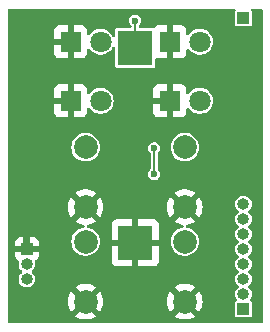
<source format=gbr>
%TF.GenerationSoftware,KiCad,Pcbnew,8.0.8-8.0.8-0~ubuntu22.04.1*%
%TF.CreationDate,2025-02-18T10:23:41+01:00*%
%TF.ProjectId,HB_Stamp_IO_EXT_LEDs_Buttons_FUEL4EP,48425f53-7461-46d7-905f-494f5f455854,1.5*%
%TF.SameCoordinates,Original*%
%TF.FileFunction,Copper,L2,Bot*%
%TF.FilePolarity,Positive*%
%FSLAX46Y46*%
G04 Gerber Fmt 4.6, Leading zero omitted, Abs format (unit mm)*
G04 Created by KiCad (PCBNEW 8.0.8-8.0.8-0~ubuntu22.04.1) date 2025-02-18 10:23:41*
%MOMM*%
%LPD*%
G01*
G04 APERTURE LIST*
%TA.AperFunction,ComponentPad*%
%ADD10R,1.800000X1.800000*%
%TD*%
%TA.AperFunction,ComponentPad*%
%ADD11C,1.800000*%
%TD*%
%TA.AperFunction,ComponentPad*%
%ADD12R,1.000000X1.000000*%
%TD*%
%TA.AperFunction,ComponentPad*%
%ADD13O,1.000000X1.000000*%
%TD*%
%TA.AperFunction,ComponentPad*%
%ADD14C,2.000000*%
%TD*%
%TA.AperFunction,SMDPad,CuDef*%
%ADD15R,3.000000X3.000000*%
%TD*%
%TA.AperFunction,ViaPad*%
%ADD16C,0.600000*%
%TD*%
%TA.AperFunction,Conductor*%
%ADD17C,0.500000*%
%TD*%
%TA.AperFunction,Conductor*%
%ADD18C,0.200000*%
%TD*%
G04 APERTURE END LIST*
D10*
%TO.P,D1,1,K*%
%TO.N,GND*%
X5530000Y24000000D03*
D11*
%TO.P,D1,2,A*%
%TO.N,Net-(D1-A)*%
X8070000Y24000000D03*
%TD*%
D12*
%TO.P,J1,1,Pin_1*%
%TO.N,GND*%
X1828800Y6451600D03*
D13*
%TO.P,J1,2,Pin_2*%
%TO.N,VCC*%
X1828800Y5181600D03*
%TO.P,J1,3,Pin_3*%
%TO.N,/plusBAT*%
X1828800Y3911600D03*
%TD*%
D14*
%TO.P,SW2,1,1*%
%TO.N,GND*%
X15200000Y10000000D03*
%TO.P,SW2,2,2*%
%TO.N,/A5*%
X15200000Y15080000D03*
%TD*%
D10*
%TO.P,D3,1,K*%
%TO.N,GND*%
X5530000Y19000000D03*
D11*
%TO.P,D3,2,A*%
%TO.N,Net-(D3-A)*%
X8070000Y19000000D03*
%TD*%
D12*
%TO.P,J6,1,Pin_1*%
%TO.N,/B3*%
X20167600Y26009600D03*
%TD*%
D10*
%TO.P,D4,1,K*%
%TO.N,GND*%
X13930000Y19000000D03*
D11*
%TO.P,D4,2,A*%
%TO.N,Net-(D4-A)*%
X16470000Y19000000D03*
%TD*%
D12*
%TO.P,J4,1,Pin_1*%
%TO.N,/A7*%
X20167600Y1371600D03*
D13*
%TO.P,J4,2,Pin_2*%
%TO.N,/A6*%
X20167600Y2641600D03*
%TO.P,J4,3,Pin_3*%
%TO.N,/A5*%
X20167600Y3911600D03*
%TO.P,J4,4,Pin_4*%
%TO.N,/A4*%
X20167600Y5181600D03*
%TO.P,J4,5,Pin_5*%
%TO.N,/SCL*%
X20167600Y6451600D03*
%TO.P,J4,6,Pin_6*%
%TO.N,/SDA*%
X20167600Y7721600D03*
%TO.P,J4,7,Pin_7*%
%TO.N,/A3*%
X20167600Y8991600D03*
%TO.P,J4,8,Pin_8*%
%TO.N,/A2*%
X20167600Y10261600D03*
%TD*%
D10*
%TO.P,D2,1,K*%
%TO.N,GND*%
X13930000Y24000000D03*
D11*
%TO.P,D2,2,A*%
%TO.N,Net-(D2-A)*%
X16470000Y24000000D03*
%TD*%
D14*
%TO.P,SW3,1,1*%
%TO.N,GND*%
X6800000Y2000000D03*
%TO.P,SW3,2,2*%
%TO.N,/A6*%
X6800000Y7080000D03*
%TD*%
%TO.P,SW4,1,1*%
%TO.N,GND*%
X15200000Y2000000D03*
%TO.P,SW4,2,2*%
%TO.N,/A7*%
X15200000Y7080000D03*
%TD*%
%TO.P,SW1,1,1*%
%TO.N,GND*%
X6800000Y10000000D03*
%TO.P,SW1,2,2*%
%TO.N,/A4*%
X6800000Y15080000D03*
%TD*%
D15*
%TO.P,BZ1,1,+*%
%TO.N,Net-(BZ1-+)*%
X11000000Y23500000D03*
%TO.P,BZ1,2,-*%
%TO.N,GND*%
X11000000Y7000000D03*
%TD*%
D16*
%TO.N,/A5*%
X12600000Y15000000D03*
X12600000Y12800000D03*
%TO.N,Net-(BZ1-+)*%
X11000000Y25800000D03*
%TD*%
D17*
%TO.N,GND*%
X1778000Y7493000D02*
X1778000Y6502400D01*
D18*
%TO.N,/A5*%
X12600000Y12600000D02*
X12600000Y15000000D01*
X12600000Y12600000D02*
X12600000Y12800000D01*
%TO.N,Net-(BZ1-+)*%
X11000000Y23500000D02*
X11000000Y25800000D01*
%TD*%
%TA.AperFunction,Conductor*%
%TO.N,GND*%
G36*
X19455551Y26780315D02*
G01*
X19501306Y26727511D01*
X19511250Y26658353D01*
X19491614Y26607109D01*
X19478732Y26587830D01*
X19478731Y26587829D01*
X19467100Y26529352D01*
X19467100Y25489847D01*
X19478731Y25431370D01*
X19478732Y25431369D01*
X19523047Y25365047D01*
X19589369Y25320732D01*
X19589370Y25320731D01*
X19647847Y25309100D01*
X19647852Y25309100D01*
X20687352Y25309100D01*
X20745829Y25320731D01*
X20745830Y25320732D01*
X20812152Y25365047D01*
X20856467Y25431369D01*
X20856468Y25431370D01*
X20868099Y25489847D01*
X20868100Y25489849D01*
X20868100Y26529350D01*
X20868099Y26529352D01*
X20856468Y26587829D01*
X20856467Y26587830D01*
X20856467Y26587831D01*
X20843586Y26607109D01*
X20822708Y26673786D01*
X20841192Y26741166D01*
X20893171Y26787857D01*
X20946688Y26800000D01*
X21676000Y26800000D01*
X21743039Y26780315D01*
X21788794Y26727511D01*
X21800000Y26676000D01*
X21800000Y324000D01*
X21780315Y256961D01*
X21727511Y211206D01*
X21676000Y200000D01*
X324000Y200000D01*
X256961Y219685D01*
X211206Y272489D01*
X200000Y324000D01*
X200000Y2000005D01*
X5294859Y2000005D01*
X5294859Y1999994D01*
X5315385Y1752270D01*
X5315387Y1752261D01*
X5376412Y1511282D01*
X5476265Y1283637D01*
X5476267Y1283633D01*
X5576563Y1130117D01*
X6276212Y1829766D01*
X6287482Y1787708D01*
X6359890Y1662292D01*
X6462292Y1559890D01*
X6587708Y1487482D01*
X6629766Y1476212D01*
X5929943Y776389D01*
X5976770Y739943D01*
X6195385Y621635D01*
X6195396Y621630D01*
X6430506Y540916D01*
X6675707Y500000D01*
X6924293Y500000D01*
X7169493Y540916D01*
X7404603Y621630D01*
X7404614Y621635D01*
X7623231Y739944D01*
X7623236Y739947D01*
X7670055Y776388D01*
X7670055Y776389D01*
X6970233Y1476212D01*
X7012292Y1487482D01*
X7137708Y1559890D01*
X7240110Y1662292D01*
X7312518Y1787708D01*
X7323787Y1829765D01*
X8023435Y1130116D01*
X8123732Y1283632D01*
X8223587Y1511282D01*
X8284612Y1752261D01*
X8284614Y1752270D01*
X8305141Y1999994D01*
X8305141Y2000005D01*
X13694859Y2000005D01*
X13694859Y1999994D01*
X13715385Y1752270D01*
X13715387Y1752261D01*
X13776412Y1511282D01*
X13876265Y1283637D01*
X13876267Y1283633D01*
X13976563Y1130117D01*
X14676212Y1829766D01*
X14687482Y1787708D01*
X14759890Y1662292D01*
X14862292Y1559890D01*
X14987708Y1487482D01*
X15029766Y1476212D01*
X14329943Y776389D01*
X14376770Y739943D01*
X14595385Y621635D01*
X14595396Y621630D01*
X14830506Y540916D01*
X15075707Y500000D01*
X15324293Y500000D01*
X15569493Y540916D01*
X15804603Y621630D01*
X15804614Y621635D01*
X16023231Y739944D01*
X16023236Y739947D01*
X16070055Y776388D01*
X16070055Y776389D01*
X15370233Y1476212D01*
X15412292Y1487482D01*
X15537708Y1559890D01*
X15640110Y1662292D01*
X15712518Y1787708D01*
X15723787Y1829765D01*
X16423435Y1130116D01*
X16523732Y1283632D01*
X16623587Y1511282D01*
X16684612Y1752261D01*
X16684614Y1752270D01*
X16705141Y1999994D01*
X16705141Y2000005D01*
X16684614Y2247729D01*
X16684612Y2247738D01*
X16623587Y2488717D01*
X16523733Y2716364D01*
X16423435Y2869882D01*
X15723787Y2170234D01*
X15712518Y2212292D01*
X15640110Y2337708D01*
X15537708Y2440110D01*
X15412292Y2512518D01*
X15370233Y2523787D01*
X16070056Y3223609D01*
X16070055Y3223610D01*
X16023236Y3260051D01*
X16023230Y3260056D01*
X15804614Y3378364D01*
X15804603Y3378369D01*
X15569493Y3459083D01*
X15324293Y3500000D01*
X15075707Y3500000D01*
X14830506Y3459083D01*
X14595396Y3378369D01*
X14595385Y3378364D01*
X14376771Y3260057D01*
X14376768Y3260055D01*
X14329943Y3223609D01*
X15029766Y2523787D01*
X14987708Y2512518D01*
X14862292Y2440110D01*
X14759890Y2337708D01*
X14687482Y2212292D01*
X14676212Y2170233D01*
X13976562Y2869882D01*
X13876267Y2716367D01*
X13776412Y2488717D01*
X13715387Y2247738D01*
X13715385Y2247729D01*
X13694859Y2000005D01*
X8305141Y2000005D01*
X8284614Y2247729D01*
X8284612Y2247738D01*
X8223587Y2488717D01*
X8123733Y2716364D01*
X8023435Y2869882D01*
X7323787Y2170233D01*
X7312518Y2212292D01*
X7240110Y2337708D01*
X7137708Y2440110D01*
X7012292Y2512518D01*
X6970233Y2523787D01*
X7670056Y3223609D01*
X7670055Y3223610D01*
X7623236Y3260051D01*
X7623230Y3260056D01*
X7404614Y3378364D01*
X7404603Y3378369D01*
X7169493Y3459083D01*
X6924293Y3500000D01*
X6675707Y3500000D01*
X6430506Y3459083D01*
X6195396Y3378369D01*
X6195385Y3378364D01*
X5976771Y3260057D01*
X5976768Y3260055D01*
X5929943Y3223609D01*
X6629766Y2523787D01*
X6587708Y2512518D01*
X6462292Y2440110D01*
X6359890Y2337708D01*
X6287482Y2212292D01*
X6276212Y2170233D01*
X5576562Y2869882D01*
X5476267Y2716367D01*
X5376412Y2488717D01*
X5315387Y2247738D01*
X5315385Y2247729D01*
X5294859Y2000005D01*
X200000Y2000005D01*
X200000Y6201600D01*
X828800Y6201600D01*
X828800Y5903755D01*
X835201Y5844227D01*
X835203Y5844220D01*
X885445Y5709513D01*
X885449Y5709506D01*
X971609Y5594413D01*
X1086721Y5508240D01*
X1088646Y5507189D01*
X1090193Y5505640D01*
X1093811Y5502933D01*
X1093421Y5502412D01*
X1138045Y5457777D01*
X1152888Y5389503D01*
X1145149Y5354398D01*
X1143660Y5350473D01*
X1143659Y5350469D01*
X1123155Y5181600D01*
X1143659Y5012730D01*
X1143660Y5012725D01*
X1203982Y4853668D01*
X1300618Y4713669D01*
X1384434Y4639415D01*
X1421561Y4580226D01*
X1420793Y4510360D01*
X1384434Y4453785D01*
X1300618Y4379530D01*
X1203982Y4239531D01*
X1143660Y4080474D01*
X1143659Y4080469D01*
X1123155Y3911600D01*
X1143659Y3742730D01*
X1143660Y3742725D01*
X1203982Y3583668D01*
X1300616Y3443672D01*
X1427950Y3330863D01*
X1578573Y3251810D01*
X1743744Y3211100D01*
X1913856Y3211100D01*
X2079026Y3251810D01*
X2229649Y3330863D01*
X2283272Y3378369D01*
X2356983Y3443671D01*
X2453618Y3583670D01*
X2513940Y3742728D01*
X2534445Y3911600D01*
X2513940Y4080472D01*
X2453618Y4239530D01*
X2356983Y4379529D01*
X2273163Y4453786D01*
X2236038Y4512974D01*
X2236806Y4582839D01*
X2273163Y4639413D01*
X2356983Y4713671D01*
X2453618Y4853670D01*
X2513940Y5012728D01*
X2534445Y5181600D01*
X2513940Y5350472D01*
X2512454Y5354388D01*
X2512218Y5357457D01*
X2512145Y5357754D01*
X2512194Y5357766D01*
X2507083Y5424048D01*
X2522228Y5452155D01*
X9000000Y5452155D01*
X9006401Y5392627D01*
X9006403Y5392620D01*
X9056645Y5257913D01*
X9056649Y5257906D01*
X9142809Y5142812D01*
X9142812Y5142809D01*
X9257906Y5056649D01*
X9257913Y5056645D01*
X9392620Y5006403D01*
X9392627Y5006401D01*
X9452155Y5000000D01*
X10750000Y5000000D01*
X11250000Y5000000D01*
X12547844Y5000000D01*
X12607372Y5006401D01*
X12607379Y5006403D01*
X12742086Y5056645D01*
X12742093Y5056649D01*
X12857187Y5142809D01*
X12857190Y5142812D01*
X12943350Y5257906D01*
X12943354Y5257913D01*
X12993596Y5392620D01*
X12993598Y5392627D01*
X12999999Y5452155D01*
X13000000Y5452172D01*
X13000000Y6750000D01*
X11250000Y6750000D01*
X11250000Y5000000D01*
X10750000Y5000000D01*
X10750000Y6750000D01*
X9000000Y6750000D01*
X9000000Y5452155D01*
X2522228Y5452155D01*
X2540226Y5485557D01*
X2568966Y5507197D01*
X2570893Y5508249D01*
X2685987Y5594409D01*
X2685990Y5594412D01*
X2772150Y5709506D01*
X2772154Y5709513D01*
X2822396Y5844220D01*
X2822398Y5844227D01*
X2828799Y5903755D01*
X2828800Y5903772D01*
X2828800Y6201600D01*
X2038418Y6201600D01*
X2088864Y6252046D01*
X2131651Y6326155D01*
X2153800Y6408813D01*
X2153800Y6494387D01*
X2131651Y6577045D01*
X2088864Y6651154D01*
X2038418Y6701600D01*
X2078800Y6701600D01*
X2828800Y6701600D01*
X2828800Y6999427D01*
X2828799Y6999444D01*
X2822398Y7058972D01*
X2822396Y7058979D01*
X2772154Y7193686D01*
X2772150Y7193693D01*
X2685990Y7308787D01*
X2685987Y7308790D01*
X2570893Y7394950D01*
X2570886Y7394954D01*
X2436179Y7445196D01*
X2436172Y7445198D01*
X2376644Y7451599D01*
X2376628Y7451600D01*
X2078800Y7451600D01*
X2078800Y6701600D01*
X2038418Y6701600D01*
X2028354Y6711664D01*
X1954245Y6754451D01*
X1871587Y6776600D01*
X1786013Y6776600D01*
X1703355Y6754451D01*
X1629246Y6711664D01*
X1568736Y6651154D01*
X1525949Y6577045D01*
X1503800Y6494387D01*
X1503800Y6408813D01*
X1525949Y6326155D01*
X1568736Y6252046D01*
X1619182Y6201600D01*
X828800Y6201600D01*
X200000Y6201600D01*
X200000Y6999444D01*
X828800Y6999444D01*
X828800Y6701600D01*
X1578800Y6701600D01*
X1578800Y7451600D01*
X1280972Y7451600D01*
X1280955Y7451599D01*
X1221427Y7445198D01*
X1221420Y7445196D01*
X1086713Y7394954D01*
X1086706Y7394950D01*
X971612Y7308790D01*
X971609Y7308787D01*
X885449Y7193693D01*
X885445Y7193686D01*
X835203Y7058979D01*
X835201Y7058972D01*
X828800Y6999444D01*
X200000Y6999444D01*
X200000Y10000005D01*
X5294859Y10000005D01*
X5294859Y9999994D01*
X5315385Y9752270D01*
X5315387Y9752261D01*
X5376412Y9511282D01*
X5476265Y9283637D01*
X5476267Y9283633D01*
X5576563Y9130117D01*
X6276212Y9829766D01*
X6287482Y9787708D01*
X6359890Y9662292D01*
X6462292Y9559890D01*
X6587708Y9487482D01*
X6629766Y9476212D01*
X5929943Y8776389D01*
X5976770Y8739943D01*
X6195385Y8621635D01*
X6195396Y8621630D01*
X6430506Y8540916D01*
X6611541Y8510707D01*
X6674426Y8480256D01*
X6710866Y8420641D01*
X6709290Y8350790D01*
X6670200Y8292878D01*
X6613918Y8266510D01*
X6470060Y8239618D01*
X6262599Y8159247D01*
X6262596Y8159245D01*
X6262595Y8159245D01*
X6073439Y8042125D01*
X6073437Y8042123D01*
X5909020Y7892238D01*
X5774943Y7714691D01*
X5774938Y7714683D01*
X5675775Y7515538D01*
X5675769Y7515523D01*
X5614885Y7301537D01*
X5614884Y7301535D01*
X5594357Y7080000D01*
X5594357Y7079999D01*
X5614884Y6858464D01*
X5614885Y6858462D01*
X5675769Y6644476D01*
X5675775Y6644461D01*
X5774938Y6445316D01*
X5774943Y6445308D01*
X5909020Y6267761D01*
X6073437Y6117876D01*
X6073439Y6117874D01*
X6262595Y6000754D01*
X6262601Y6000752D01*
X6306690Y5983672D01*
X6470060Y5920382D01*
X6688757Y5879500D01*
X6688759Y5879500D01*
X6911241Y5879500D01*
X6911243Y5879500D01*
X7129940Y5920382D01*
X7337401Y6000753D01*
X7337404Y6000754D01*
X7526560Y6117874D01*
X7526562Y6117876D01*
X7690979Y6267761D01*
X7825056Y6445308D01*
X7825061Y6445316D01*
X7924224Y6644461D01*
X7924225Y6644465D01*
X7924229Y6644472D01*
X7985115Y6858464D01*
X8001226Y7032334D01*
X8005643Y7079999D01*
X8005643Y7080000D01*
X7985115Y7301535D01*
X7985115Y7301536D01*
X7924229Y7515528D01*
X7825058Y7714689D01*
X7690981Y7892236D01*
X7526562Y8042124D01*
X7337401Y8159247D01*
X7129940Y8239618D01*
X6986080Y8266510D01*
X6923802Y8298177D01*
X6888529Y8358490D01*
X6891463Y8428298D01*
X6931672Y8485438D01*
X6988458Y8510707D01*
X7169493Y8540916D01*
X7189673Y8547844D01*
X9000000Y8547844D01*
X9000000Y7250000D01*
X10750000Y7250000D01*
X11250000Y7250000D01*
X13000000Y7250000D01*
X13000000Y8547827D01*
X12999999Y8547844D01*
X12993598Y8607372D01*
X12993596Y8607379D01*
X12943354Y8742086D01*
X12943350Y8742093D01*
X12857190Y8857187D01*
X12857187Y8857190D01*
X12742093Y8943350D01*
X12742086Y8943354D01*
X12607379Y8993596D01*
X12607372Y8993598D01*
X12547844Y8999999D01*
X12547828Y9000000D01*
X11250000Y9000000D01*
X11250000Y7250000D01*
X10750000Y7250000D01*
X10750000Y9000000D01*
X9452172Y9000000D01*
X9452155Y8999999D01*
X9392627Y8993598D01*
X9392620Y8993596D01*
X9257913Y8943354D01*
X9257906Y8943350D01*
X9142812Y8857190D01*
X9142809Y8857187D01*
X9056649Y8742093D01*
X9056645Y8742086D01*
X9006403Y8607379D01*
X9006401Y8607372D01*
X9000000Y8547844D01*
X7189673Y8547844D01*
X7404603Y8621630D01*
X7404614Y8621635D01*
X7623231Y8739944D01*
X7623236Y8739947D01*
X7670055Y8776388D01*
X7670055Y8776389D01*
X6970233Y9476212D01*
X7012292Y9487482D01*
X7137708Y9559890D01*
X7240110Y9662292D01*
X7312518Y9787708D01*
X7323787Y9829765D01*
X8023435Y9130116D01*
X8123732Y9283632D01*
X8223587Y9511282D01*
X8284612Y9752261D01*
X8284614Y9752270D01*
X8305141Y9999994D01*
X8305141Y10000005D01*
X13694859Y10000005D01*
X13694859Y9999994D01*
X13715385Y9752270D01*
X13715387Y9752261D01*
X13776412Y9511282D01*
X13876265Y9283637D01*
X13876267Y9283633D01*
X13976563Y9130117D01*
X14676212Y9829766D01*
X14687482Y9787708D01*
X14759890Y9662292D01*
X14862292Y9559890D01*
X14987708Y9487482D01*
X15029766Y9476212D01*
X14329943Y8776389D01*
X14376770Y8739943D01*
X14595385Y8621635D01*
X14595396Y8621630D01*
X14830506Y8540916D01*
X15011541Y8510707D01*
X15074426Y8480256D01*
X15110866Y8420641D01*
X15109290Y8350790D01*
X15070200Y8292878D01*
X15013918Y8266510D01*
X14870060Y8239618D01*
X14662599Y8159247D01*
X14662596Y8159245D01*
X14662595Y8159245D01*
X14473439Y8042125D01*
X14473437Y8042123D01*
X14309020Y7892238D01*
X14174943Y7714691D01*
X14174938Y7714683D01*
X14075775Y7515538D01*
X14075769Y7515523D01*
X14014885Y7301537D01*
X14014884Y7301535D01*
X13994357Y7080000D01*
X13994357Y7079999D01*
X14014884Y6858464D01*
X14014885Y6858462D01*
X14075769Y6644476D01*
X14075775Y6644461D01*
X14174938Y6445316D01*
X14174943Y6445308D01*
X14309020Y6267761D01*
X14473437Y6117876D01*
X14473439Y6117874D01*
X14662595Y6000754D01*
X14662601Y6000752D01*
X14706690Y5983672D01*
X14870060Y5920382D01*
X15088757Y5879500D01*
X15088759Y5879500D01*
X15311241Y5879500D01*
X15311243Y5879500D01*
X15529940Y5920382D01*
X15737401Y6000753D01*
X15737404Y6000754D01*
X15926560Y6117874D01*
X15926562Y6117876D01*
X16090979Y6267761D01*
X16225056Y6445308D01*
X16225061Y6445316D01*
X16324224Y6644461D01*
X16324225Y6644465D01*
X16324229Y6644472D01*
X16385115Y6858464D01*
X16401226Y7032334D01*
X16405643Y7079999D01*
X16405643Y7080000D01*
X16385115Y7301535D01*
X16385115Y7301536D01*
X16324229Y7515528D01*
X16225058Y7714689D01*
X16090981Y7892236D01*
X15926562Y8042124D01*
X15737401Y8159247D01*
X15529940Y8239618D01*
X15386080Y8266510D01*
X15323802Y8298177D01*
X15288529Y8358490D01*
X15291463Y8428298D01*
X15331672Y8485438D01*
X15388458Y8510707D01*
X15569493Y8540916D01*
X15804603Y8621630D01*
X15804614Y8621635D01*
X16023231Y8739944D01*
X16023236Y8739947D01*
X16070055Y8776388D01*
X16070055Y8776389D01*
X15370233Y9476212D01*
X15412292Y9487482D01*
X15537708Y9559890D01*
X15640110Y9662292D01*
X15712518Y9787708D01*
X15723787Y9829765D01*
X16423435Y9130116D01*
X16523732Y9283632D01*
X16623587Y9511282D01*
X16684612Y9752261D01*
X16684614Y9752270D01*
X16705141Y9999994D01*
X16705141Y10000005D01*
X16684614Y10247729D01*
X16684612Y10247738D01*
X16681102Y10261600D01*
X19461955Y10261600D01*
X19482459Y10092730D01*
X19482460Y10092725D01*
X19542782Y9933668D01*
X19639418Y9793669D01*
X19723234Y9719415D01*
X19760361Y9660226D01*
X19759593Y9590360D01*
X19723234Y9533785D01*
X19639418Y9459530D01*
X19542782Y9319531D01*
X19482460Y9160474D01*
X19482459Y9160469D01*
X19461955Y8991600D01*
X19482459Y8822730D01*
X19482460Y8822725D01*
X19542782Y8663668D01*
X19639418Y8523669D01*
X19723234Y8449415D01*
X19760361Y8390226D01*
X19759593Y8320360D01*
X19723234Y8263785D01*
X19639418Y8189530D01*
X19542782Y8049531D01*
X19482460Y7890474D01*
X19482459Y7890469D01*
X19461955Y7721600D01*
X19482459Y7552730D01*
X19482460Y7552725D01*
X19542782Y7393668D01*
X19639418Y7253669D01*
X19723234Y7179415D01*
X19760361Y7120226D01*
X19759593Y7050360D01*
X19723234Y6993785D01*
X19639418Y6919530D01*
X19542782Y6779531D01*
X19482460Y6620474D01*
X19482459Y6620469D01*
X19461955Y6451600D01*
X19482459Y6282730D01*
X19482460Y6282725D01*
X19542782Y6123668D01*
X19639418Y5983669D01*
X19723234Y5909415D01*
X19760361Y5850226D01*
X19759593Y5780360D01*
X19723234Y5723785D01*
X19639418Y5649530D01*
X19542782Y5509531D01*
X19482460Y5350474D01*
X19482459Y5350469D01*
X19461955Y5181600D01*
X19482459Y5012730D01*
X19482460Y5012725D01*
X19542782Y4853668D01*
X19639418Y4713669D01*
X19723234Y4639415D01*
X19760361Y4580226D01*
X19759593Y4510360D01*
X19723234Y4453785D01*
X19639418Y4379530D01*
X19542782Y4239531D01*
X19482460Y4080474D01*
X19482459Y4080469D01*
X19461955Y3911600D01*
X19482459Y3742730D01*
X19482460Y3742725D01*
X19542782Y3583668D01*
X19639418Y3443669D01*
X19723234Y3369415D01*
X19760361Y3310226D01*
X19759593Y3240360D01*
X19723234Y3183785D01*
X19639418Y3109530D01*
X19542782Y2969531D01*
X19482460Y2810474D01*
X19482459Y2810469D01*
X19461955Y2641600D01*
X19482459Y2472730D01*
X19482460Y2472725D01*
X19542782Y2313668D01*
X19605583Y2222687D01*
X19627466Y2156333D01*
X19610001Y2088681D01*
X19572424Y2049145D01*
X19523047Y2016152D01*
X19478732Y1949830D01*
X19478731Y1949829D01*
X19467100Y1891352D01*
X19467100Y851847D01*
X19478731Y793370D01*
X19478732Y793369D01*
X19523047Y727047D01*
X19589369Y682732D01*
X19589370Y682731D01*
X19647847Y671100D01*
X19647852Y671100D01*
X20687352Y671100D01*
X20745829Y682731D01*
X20745830Y682732D01*
X20812152Y727047D01*
X20856467Y793369D01*
X20856468Y793370D01*
X20868099Y851847D01*
X20868100Y851849D01*
X20868100Y1891350D01*
X20868099Y1891352D01*
X20856468Y1949829D01*
X20856467Y1949830D01*
X20856467Y1949831D01*
X20812152Y2016152D01*
X20762774Y2049145D01*
X20717970Y2102757D01*
X20709263Y2172082D01*
X20729617Y2222688D01*
X20792416Y2313666D01*
X20792417Y2313668D01*
X20852739Y2472725D01*
X20852740Y2472730D01*
X20857571Y2512518D01*
X20873245Y2641600D01*
X20852740Y2810472D01*
X20792418Y2969530D01*
X20695783Y3109529D01*
X20611963Y3183786D01*
X20574838Y3242974D01*
X20575606Y3312839D01*
X20611963Y3369413D01*
X20695783Y3443671D01*
X20792418Y3583670D01*
X20852740Y3742728D01*
X20873245Y3911600D01*
X20852740Y4080472D01*
X20792418Y4239530D01*
X20695783Y4379529D01*
X20611963Y4453786D01*
X20574838Y4512974D01*
X20575606Y4582839D01*
X20611963Y4639413D01*
X20695783Y4713671D01*
X20792418Y4853670D01*
X20852740Y5012728D01*
X20873245Y5181600D01*
X20852740Y5350472D01*
X20792418Y5509530D01*
X20695783Y5649529D01*
X20611963Y5723786D01*
X20574838Y5782974D01*
X20575606Y5852839D01*
X20611963Y5909413D01*
X20695783Y5983671D01*
X20758076Y6073918D01*
X20792417Y6123668D01*
X20852739Y6282725D01*
X20852740Y6282730D01*
X20858013Y6326155D01*
X20873245Y6451600D01*
X20852740Y6620472D01*
X20792418Y6779530D01*
X20695783Y6919529D01*
X20611963Y6993786D01*
X20574838Y7052974D01*
X20575606Y7122839D01*
X20611963Y7179413D01*
X20695783Y7253671D01*
X20792418Y7393670D01*
X20852740Y7552728D01*
X20873245Y7721600D01*
X20852740Y7890472D01*
X20792418Y8049530D01*
X20695783Y8189529D01*
X20611963Y8263786D01*
X20574838Y8322974D01*
X20575606Y8392839D01*
X20611963Y8449413D01*
X20695783Y8523671D01*
X20792418Y8663670D01*
X20852740Y8822728D01*
X20873245Y8991600D01*
X20852740Y9160472D01*
X20792418Y9319530D01*
X20695783Y9459529D01*
X20611963Y9533786D01*
X20574838Y9592974D01*
X20575606Y9662839D01*
X20611963Y9719413D01*
X20695783Y9793671D01*
X20792418Y9933670D01*
X20852740Y10092728D01*
X20873245Y10261600D01*
X20852740Y10430472D01*
X20792418Y10589530D01*
X20695783Y10729529D01*
X20568452Y10842334D01*
X20568450Y10842334D01*
X20568449Y10842336D01*
X20497292Y10879681D01*
X20417825Y10921390D01*
X20252656Y10962100D01*
X20082544Y10962100D01*
X19917375Y10921390D01*
X19917373Y10921389D01*
X19766750Y10842336D01*
X19766748Y10842334D01*
X19639417Y10729529D01*
X19639416Y10729527D01*
X19542782Y10589531D01*
X19482460Y10430474D01*
X19482459Y10430469D01*
X19461955Y10261600D01*
X16681102Y10261600D01*
X16623587Y10488717D01*
X16523733Y10716364D01*
X16423435Y10869882D01*
X15723787Y10170234D01*
X15712518Y10212292D01*
X15640110Y10337708D01*
X15537708Y10440110D01*
X15412292Y10512518D01*
X15370233Y10523787D01*
X16070056Y11223609D01*
X16070055Y11223610D01*
X16023236Y11260051D01*
X16023230Y11260056D01*
X15804614Y11378364D01*
X15804603Y11378369D01*
X15569493Y11459083D01*
X15324293Y11500000D01*
X15075707Y11500000D01*
X14830506Y11459083D01*
X14595396Y11378369D01*
X14595385Y11378364D01*
X14376771Y11260057D01*
X14376768Y11260055D01*
X14329943Y11223609D01*
X15029766Y10523787D01*
X14987708Y10512518D01*
X14862292Y10440110D01*
X14759890Y10337708D01*
X14687482Y10212292D01*
X14676212Y10170233D01*
X13976562Y10869882D01*
X13876267Y10716367D01*
X13776412Y10488717D01*
X13715387Y10247738D01*
X13715385Y10247729D01*
X13694859Y10000005D01*
X8305141Y10000005D01*
X8284614Y10247729D01*
X8284612Y10247738D01*
X8223587Y10488717D01*
X8123733Y10716364D01*
X8023435Y10869882D01*
X7323787Y10170233D01*
X7312518Y10212292D01*
X7240110Y10337708D01*
X7137708Y10440110D01*
X7012292Y10512518D01*
X6970233Y10523787D01*
X7670056Y11223609D01*
X7670055Y11223610D01*
X7623236Y11260051D01*
X7623230Y11260056D01*
X7404614Y11378364D01*
X7404603Y11378369D01*
X7169493Y11459083D01*
X6924293Y11500000D01*
X6675707Y11500000D01*
X6430506Y11459083D01*
X6195396Y11378369D01*
X6195385Y11378364D01*
X5976771Y11260057D01*
X5976768Y11260055D01*
X5929943Y11223609D01*
X6629766Y10523787D01*
X6587708Y10512518D01*
X6462292Y10440110D01*
X6359890Y10337708D01*
X6287482Y10212292D01*
X6276212Y10170233D01*
X5576562Y10869882D01*
X5476267Y10716367D01*
X5376412Y10488717D01*
X5315387Y10247738D01*
X5315385Y10247729D01*
X5294859Y10000005D01*
X200000Y10000005D01*
X200000Y15080000D01*
X5594357Y15080000D01*
X5594357Y15079999D01*
X5614884Y14858464D01*
X5614885Y14858462D01*
X5675769Y14644476D01*
X5675775Y14644461D01*
X5774938Y14445316D01*
X5774943Y14445308D01*
X5909020Y14267761D01*
X6073437Y14117876D01*
X6073439Y14117874D01*
X6262595Y14000754D01*
X6262601Y14000752D01*
X6309320Y13982653D01*
X6470060Y13920382D01*
X6688757Y13879500D01*
X6688759Y13879500D01*
X6911241Y13879500D01*
X6911243Y13879500D01*
X7129940Y13920382D01*
X7337401Y14000753D01*
X7337404Y14000754D01*
X7526560Y14117874D01*
X7526562Y14117876D01*
X7690979Y14267761D01*
X7825056Y14445308D01*
X7825061Y14445316D01*
X7924224Y14644461D01*
X7924225Y14644465D01*
X7924229Y14644472D01*
X7985115Y14858464D01*
X7998230Y15000000D01*
X12094353Y15000000D01*
X12114834Y14857543D01*
X12174622Y14726628D01*
X12174625Y14726622D01*
X12269213Y14617462D01*
X12298238Y14553906D01*
X12299500Y14536260D01*
X12299500Y13263738D01*
X12279815Y13196699D01*
X12269213Y13182535D01*
X12268875Y13182144D01*
X12268872Y13182143D01*
X12174623Y13073373D01*
X12174623Y13073372D01*
X12174622Y13073371D01*
X12114834Y12942456D01*
X12094353Y12800000D01*
X12114834Y12657543D01*
X12174622Y12526628D01*
X12174623Y12526626D01*
X12268873Y12417856D01*
X12389950Y12340045D01*
X12389949Y12340045D01*
X12528036Y12299500D01*
X12528039Y12299500D01*
X12671963Y12299500D01*
X12810050Y12340045D01*
X12931126Y12417856D01*
X12931128Y12417857D01*
X13025377Y12526627D01*
X13085165Y12657543D01*
X13105647Y12800000D01*
X13085165Y12942457D01*
X13025377Y13073373D01*
X12931128Y13182143D01*
X12931124Y13182144D01*
X12930787Y13182535D01*
X12901762Y13246091D01*
X12900500Y13263738D01*
X12900500Y14536260D01*
X12920185Y14603299D01*
X12930787Y14617462D01*
X13025374Y14726622D01*
X13025375Y14726625D01*
X13025377Y14726627D01*
X13085165Y14857543D01*
X13105647Y15000000D01*
X13094145Y15080000D01*
X13994357Y15080000D01*
X13994357Y15079999D01*
X14014884Y14858464D01*
X14014885Y14858462D01*
X14075769Y14644476D01*
X14075775Y14644461D01*
X14174938Y14445316D01*
X14174943Y14445308D01*
X14309020Y14267761D01*
X14473437Y14117876D01*
X14473439Y14117874D01*
X14662595Y14000754D01*
X14662601Y14000752D01*
X14709320Y13982653D01*
X14870060Y13920382D01*
X15088757Y13879500D01*
X15088759Y13879500D01*
X15311241Y13879500D01*
X15311243Y13879500D01*
X15529940Y13920382D01*
X15737401Y14000753D01*
X15737404Y14000754D01*
X15926560Y14117874D01*
X15926562Y14117876D01*
X16090979Y14267761D01*
X16225056Y14445308D01*
X16225061Y14445316D01*
X16324224Y14644461D01*
X16324225Y14644465D01*
X16324229Y14644472D01*
X16385115Y14858464D01*
X16405643Y15080000D01*
X16385115Y15301536D01*
X16324229Y15515528D01*
X16225058Y15714689D01*
X16090981Y15892236D01*
X15926562Y16042124D01*
X15737401Y16159247D01*
X15529940Y16239618D01*
X15311243Y16280500D01*
X15088757Y16280500D01*
X14870060Y16239618D01*
X14662599Y16159247D01*
X14662596Y16159245D01*
X14662595Y16159245D01*
X14473439Y16042125D01*
X14473437Y16042123D01*
X14309020Y15892238D01*
X14174943Y15714691D01*
X14174938Y15714683D01*
X14075775Y15515538D01*
X14075769Y15515523D01*
X14014885Y15301537D01*
X14014884Y15301535D01*
X13994357Y15080000D01*
X13094145Y15080000D01*
X13085165Y15142457D01*
X13025377Y15273373D01*
X12931128Y15382143D01*
X12810053Y15459953D01*
X12671962Y15500499D01*
X12671962Y15500500D01*
X12671961Y15500500D01*
X12528039Y15500500D01*
X12528038Y15500500D01*
X12528036Y15500499D01*
X12389949Y15459954D01*
X12389947Y15459953D01*
X12268872Y15382143D01*
X12174623Y15273373D01*
X12174622Y15273371D01*
X12114834Y15142456D01*
X12094353Y15000000D01*
X7998230Y15000000D01*
X8005643Y15080000D01*
X7985115Y15301536D01*
X7924229Y15515528D01*
X7825058Y15714689D01*
X7690981Y15892236D01*
X7526562Y16042124D01*
X7337401Y16159247D01*
X7129940Y16239618D01*
X6911243Y16280500D01*
X6688757Y16280500D01*
X6470060Y16239618D01*
X6262599Y16159247D01*
X6262596Y16159245D01*
X6262595Y16159245D01*
X6073439Y16042125D01*
X6073437Y16042123D01*
X5909020Y15892238D01*
X5774943Y15714691D01*
X5774938Y15714683D01*
X5675775Y15515538D01*
X5675769Y15515523D01*
X5614885Y15301537D01*
X5614884Y15301535D01*
X5594357Y15080000D01*
X200000Y15080000D01*
X200000Y19947844D01*
X4130000Y19947844D01*
X4130000Y19250000D01*
X5154722Y19250000D01*
X5110667Y19173694D01*
X5080000Y19059244D01*
X5080000Y18940756D01*
X5110667Y18826306D01*
X5154722Y18750000D01*
X4130000Y18750000D01*
X4130000Y18052155D01*
X4136401Y17992627D01*
X4136403Y17992620D01*
X4186645Y17857913D01*
X4186649Y17857906D01*
X4272809Y17742812D01*
X4272812Y17742809D01*
X4387906Y17656649D01*
X4387913Y17656645D01*
X4522620Y17606403D01*
X4522627Y17606401D01*
X4582155Y17600000D01*
X5280000Y17600000D01*
X5280000Y18624722D01*
X5356306Y18580667D01*
X5470756Y18550000D01*
X5589244Y18550000D01*
X5703694Y18580667D01*
X5780000Y18624722D01*
X5780000Y17600000D01*
X6477844Y17600000D01*
X6537372Y17606401D01*
X6537379Y17606403D01*
X6672086Y17656645D01*
X6672093Y17656649D01*
X6787187Y17742809D01*
X6787190Y17742812D01*
X6873350Y17857906D01*
X6873354Y17857913D01*
X6923596Y17992620D01*
X6923598Y17992627D01*
X6929999Y18052155D01*
X6930000Y18052172D01*
X6930000Y18313488D01*
X6949685Y18380527D01*
X7002489Y18426282D01*
X7071647Y18436226D01*
X7135203Y18407201D01*
X7152954Y18388215D01*
X7253237Y18255419D01*
X7403958Y18118019D01*
X7403960Y18118017D01*
X7577357Y18010655D01*
X7577364Y18010651D01*
X7767541Y17936977D01*
X7767544Y17936976D01*
X7968024Y17899500D01*
X7968026Y17899500D01*
X8171974Y17899500D01*
X8171976Y17899500D01*
X8372456Y17936976D01*
X8516109Y17992627D01*
X8562635Y18010651D01*
X8562642Y18010655D01*
X8736039Y18118017D01*
X8736041Y18118019D01*
X8886762Y18255418D01*
X8950704Y18340091D01*
X9009673Y18418179D01*
X9100582Y18600750D01*
X9156397Y18796917D01*
X9175215Y19000000D01*
X9156397Y19203083D01*
X9100582Y19399250D01*
X9009673Y19581821D01*
X8886764Y19744579D01*
X8736041Y19881981D01*
X8629668Y19947844D01*
X12530000Y19947844D01*
X12530000Y19250000D01*
X13554722Y19250000D01*
X13510667Y19173694D01*
X13480000Y19059244D01*
X13480000Y18940756D01*
X13510667Y18826306D01*
X13554722Y18750000D01*
X12530000Y18750000D01*
X12530000Y18052155D01*
X12536401Y17992627D01*
X12536403Y17992620D01*
X12586645Y17857913D01*
X12586649Y17857906D01*
X12672809Y17742812D01*
X12672812Y17742809D01*
X12787906Y17656649D01*
X12787913Y17656645D01*
X12922620Y17606403D01*
X12922627Y17606401D01*
X12982155Y17600000D01*
X13680000Y17600000D01*
X13680000Y18624722D01*
X13756306Y18580667D01*
X13870756Y18550000D01*
X13989244Y18550000D01*
X14103694Y18580667D01*
X14180000Y18624722D01*
X14180000Y17600000D01*
X14877844Y17600000D01*
X14937372Y17606401D01*
X14937379Y17606403D01*
X15072086Y17656645D01*
X15072093Y17656649D01*
X15187187Y17742809D01*
X15187190Y17742812D01*
X15273350Y17857906D01*
X15273354Y17857913D01*
X15323596Y17992620D01*
X15323598Y17992627D01*
X15329999Y18052155D01*
X15330000Y18052172D01*
X15330000Y18313488D01*
X15349685Y18380527D01*
X15402489Y18426282D01*
X15471647Y18436226D01*
X15535203Y18407201D01*
X15552954Y18388215D01*
X15653237Y18255419D01*
X15803958Y18118019D01*
X15803960Y18118017D01*
X15977357Y18010655D01*
X15977364Y18010651D01*
X16167541Y17936977D01*
X16167544Y17936976D01*
X16368024Y17899500D01*
X16368026Y17899500D01*
X16571974Y17899500D01*
X16571976Y17899500D01*
X16772456Y17936976D01*
X16916109Y17992627D01*
X16962635Y18010651D01*
X16962642Y18010655D01*
X17136039Y18118017D01*
X17136041Y18118019D01*
X17286762Y18255418D01*
X17350704Y18340091D01*
X17409673Y18418179D01*
X17500582Y18600750D01*
X17556397Y18796917D01*
X17575215Y19000000D01*
X17556397Y19203083D01*
X17500582Y19399250D01*
X17409673Y19581821D01*
X17286764Y19744579D01*
X17136041Y19881981D01*
X16962637Y19989348D01*
X16772456Y20063024D01*
X16571976Y20100500D01*
X16368024Y20100500D01*
X16167544Y20063024D01*
X15977363Y19989348D01*
X15977357Y19989344D01*
X15803960Y19881982D01*
X15803958Y19881980D01*
X15653237Y19744581D01*
X15552954Y19611784D01*
X15496845Y19570148D01*
X15427133Y19565457D01*
X15365951Y19599199D01*
X15332724Y19660662D01*
X15330000Y19686511D01*
X15330000Y19947827D01*
X15329999Y19947844D01*
X15323598Y20007372D01*
X15323596Y20007379D01*
X15273354Y20142086D01*
X15273350Y20142093D01*
X15187190Y20257187D01*
X15187187Y20257190D01*
X15072093Y20343350D01*
X15072086Y20343354D01*
X14937379Y20393596D01*
X14937372Y20393598D01*
X14877844Y20399999D01*
X14877828Y20400000D01*
X14180000Y20400000D01*
X14180000Y19375277D01*
X14103694Y19419333D01*
X13989244Y19450000D01*
X13870756Y19450000D01*
X13756306Y19419333D01*
X13680000Y19375277D01*
X13680000Y20400000D01*
X12982172Y20400000D01*
X12982155Y20399999D01*
X12922627Y20393598D01*
X12922620Y20393596D01*
X12787913Y20343354D01*
X12787906Y20343350D01*
X12672812Y20257190D01*
X12672809Y20257187D01*
X12586649Y20142093D01*
X12586645Y20142086D01*
X12536403Y20007379D01*
X12536401Y20007372D01*
X12530000Y19947844D01*
X8629668Y19947844D01*
X8562637Y19989348D01*
X8372456Y20063024D01*
X8171976Y20100500D01*
X7968024Y20100500D01*
X7767544Y20063024D01*
X7577363Y19989348D01*
X7577357Y19989344D01*
X7403960Y19881982D01*
X7403958Y19881980D01*
X7253237Y19744581D01*
X7152954Y19611784D01*
X7096845Y19570148D01*
X7027133Y19565457D01*
X6965951Y19599199D01*
X6932724Y19660662D01*
X6930000Y19686511D01*
X6930000Y19947827D01*
X6929999Y19947844D01*
X6923598Y20007372D01*
X6923596Y20007379D01*
X6873354Y20142086D01*
X6873350Y20142093D01*
X6787190Y20257187D01*
X6787187Y20257190D01*
X6672093Y20343350D01*
X6672086Y20343354D01*
X6537379Y20393596D01*
X6537372Y20393598D01*
X6477844Y20399999D01*
X6477828Y20400000D01*
X5780000Y20400000D01*
X5780000Y19375277D01*
X5703694Y19419333D01*
X5589244Y19450000D01*
X5470756Y19450000D01*
X5356306Y19419333D01*
X5280000Y19375277D01*
X5280000Y20400000D01*
X4582172Y20400000D01*
X4582155Y20399999D01*
X4522627Y20393598D01*
X4522620Y20393596D01*
X4387913Y20343354D01*
X4387906Y20343350D01*
X4272812Y20257190D01*
X4272809Y20257187D01*
X4186649Y20142093D01*
X4186645Y20142086D01*
X4136403Y20007379D01*
X4136401Y20007372D01*
X4130000Y19947844D01*
X200000Y19947844D01*
X200000Y24947844D01*
X4130000Y24947844D01*
X4130000Y24250000D01*
X5154722Y24250000D01*
X5110667Y24173694D01*
X5080000Y24059244D01*
X5080000Y23940756D01*
X5110667Y23826306D01*
X5154722Y23750000D01*
X4130000Y23750000D01*
X4130000Y23052155D01*
X4136401Y22992627D01*
X4136403Y22992620D01*
X4186645Y22857913D01*
X4186649Y22857906D01*
X4272809Y22742812D01*
X4272812Y22742809D01*
X4387906Y22656649D01*
X4387913Y22656645D01*
X4522620Y22606403D01*
X4522627Y22606401D01*
X4582155Y22600000D01*
X5280000Y22600000D01*
X5280000Y23624722D01*
X5356306Y23580667D01*
X5470756Y23550000D01*
X5589244Y23550000D01*
X5703694Y23580667D01*
X5780000Y23624722D01*
X5780000Y22600000D01*
X6477844Y22600000D01*
X6537372Y22606401D01*
X6537379Y22606403D01*
X6672086Y22656645D01*
X6672093Y22656649D01*
X6787187Y22742809D01*
X6787190Y22742812D01*
X6873350Y22857906D01*
X6873354Y22857913D01*
X6923596Y22992620D01*
X6923598Y22992627D01*
X6929999Y23052155D01*
X6930000Y23052172D01*
X6930000Y23313488D01*
X6949685Y23380527D01*
X7002489Y23426282D01*
X7071647Y23436226D01*
X7135203Y23407201D01*
X7152954Y23388215D01*
X7253237Y23255419D01*
X7403958Y23118019D01*
X7403960Y23118017D01*
X7577357Y23010655D01*
X7577364Y23010651D01*
X7767541Y22936977D01*
X7767544Y22936976D01*
X7968024Y22899500D01*
X7968026Y22899500D01*
X8171974Y22899500D01*
X8171976Y22899500D01*
X8372456Y22936976D01*
X8516109Y22992627D01*
X8562635Y23010651D01*
X8562642Y23010655D01*
X8736039Y23118017D01*
X8736041Y23118019D01*
X8886762Y23255418D01*
X8950704Y23340091D01*
X9009673Y23418179D01*
X9060726Y23520707D01*
X9064500Y23528286D01*
X9112003Y23579523D01*
X9179666Y23596944D01*
X9246006Y23575018D01*
X9289961Y23520707D01*
X9299500Y23473014D01*
X9299500Y21980247D01*
X9311131Y21921770D01*
X9311132Y21921769D01*
X9355447Y21855447D01*
X9421769Y21811132D01*
X9421770Y21811131D01*
X9480247Y21799500D01*
X9480252Y21799500D01*
X12519752Y21799500D01*
X12578229Y21811131D01*
X12578230Y21811132D01*
X12644552Y21855447D01*
X12688867Y21921769D01*
X12688868Y21921770D01*
X12700499Y21980247D01*
X12700500Y21980249D01*
X12700500Y22510655D01*
X12720185Y22577694D01*
X12772989Y22623449D01*
X12842147Y22633393D01*
X12867832Y22626837D01*
X12922616Y22606403D01*
X12922627Y22606401D01*
X12982155Y22600000D01*
X13680000Y22600000D01*
X13680000Y23624722D01*
X13756306Y23580667D01*
X13870756Y23550000D01*
X13989244Y23550000D01*
X14103694Y23580667D01*
X14180000Y23624722D01*
X14180000Y22600000D01*
X14877844Y22600000D01*
X14937372Y22606401D01*
X14937379Y22606403D01*
X15072086Y22656645D01*
X15072093Y22656649D01*
X15187187Y22742809D01*
X15187190Y22742812D01*
X15273350Y22857906D01*
X15273354Y22857913D01*
X15323596Y22992620D01*
X15323598Y22992627D01*
X15329999Y23052155D01*
X15330000Y23052172D01*
X15330000Y23313488D01*
X15349685Y23380527D01*
X15402489Y23426282D01*
X15471647Y23436226D01*
X15535203Y23407201D01*
X15552954Y23388215D01*
X15653237Y23255419D01*
X15803958Y23118019D01*
X15803960Y23118017D01*
X15977357Y23010655D01*
X15977364Y23010651D01*
X16167541Y22936977D01*
X16167544Y22936976D01*
X16368024Y22899500D01*
X16368026Y22899500D01*
X16571974Y22899500D01*
X16571976Y22899500D01*
X16772456Y22936976D01*
X16916109Y22992627D01*
X16962635Y23010651D01*
X16962642Y23010655D01*
X17136039Y23118017D01*
X17136041Y23118019D01*
X17286762Y23255418D01*
X17350704Y23340091D01*
X17409673Y23418179D01*
X17460726Y23520707D01*
X17500577Y23600739D01*
X17500578Y23600743D01*
X17500582Y23600750D01*
X17556397Y23796917D01*
X17575215Y24000000D01*
X17556397Y24203083D01*
X17500582Y24399250D01*
X17409673Y24581821D01*
X17286764Y24744579D01*
X17136041Y24881981D01*
X16962637Y24989348D01*
X16772456Y25063024D01*
X16571976Y25100500D01*
X16368024Y25100500D01*
X16167544Y25063024D01*
X15977363Y24989348D01*
X15977357Y24989344D01*
X15803960Y24881982D01*
X15803958Y24881980D01*
X15653237Y24744581D01*
X15552954Y24611784D01*
X15496845Y24570148D01*
X15427133Y24565457D01*
X15365951Y24599199D01*
X15332724Y24660662D01*
X15330000Y24686511D01*
X15330000Y24947827D01*
X15329999Y24947844D01*
X15323598Y25007372D01*
X15323596Y25007379D01*
X15273354Y25142086D01*
X15273350Y25142093D01*
X15187190Y25257187D01*
X15187187Y25257190D01*
X15072093Y25343350D01*
X15072086Y25343354D01*
X14937379Y25393596D01*
X14937372Y25393598D01*
X14877844Y25399999D01*
X14877828Y25400000D01*
X14180000Y25400000D01*
X14180000Y24375277D01*
X14103694Y24419333D01*
X13989244Y24450000D01*
X13870756Y24450000D01*
X13756306Y24419333D01*
X13680000Y24375277D01*
X13680000Y25400000D01*
X12982172Y25400000D01*
X12982155Y25399999D01*
X12922627Y25393598D01*
X12922620Y25393596D01*
X12787913Y25343354D01*
X12787911Y25343352D01*
X12672813Y25257190D01*
X12672810Y25257188D01*
X12662860Y25243896D01*
X12606926Y25202026D01*
X12539402Y25196591D01*
X12519750Y25200500D01*
X12519748Y25200500D01*
X11424500Y25200500D01*
X11357461Y25220185D01*
X11311706Y25272989D01*
X11300500Y25324500D01*
X11300500Y25336260D01*
X11320185Y25403299D01*
X11330787Y25417462D01*
X11425374Y25526622D01*
X11425375Y25526625D01*
X11425377Y25526627D01*
X11485165Y25657543D01*
X11505647Y25800000D01*
X11485165Y25942457D01*
X11425377Y26073373D01*
X11331128Y26182143D01*
X11210053Y26259953D01*
X11071962Y26300499D01*
X11071962Y26300500D01*
X11071961Y26300500D01*
X10928039Y26300500D01*
X10928038Y26300500D01*
X10928036Y26300499D01*
X10789949Y26259954D01*
X10789947Y26259953D01*
X10668872Y26182143D01*
X10574623Y26073373D01*
X10574622Y26073371D01*
X10514834Y25942456D01*
X10494353Y25800000D01*
X10514834Y25657543D01*
X10574622Y25526628D01*
X10574625Y25526622D01*
X10669213Y25417462D01*
X10698238Y25353906D01*
X10699500Y25336260D01*
X10699500Y25324500D01*
X10679815Y25257461D01*
X10627011Y25211706D01*
X10575500Y25200500D01*
X9480249Y25200500D01*
X9480247Y25200499D01*
X9421770Y25188868D01*
X9421769Y25188867D01*
X9355447Y25144552D01*
X9311132Y25078230D01*
X9311131Y25078229D01*
X9299500Y25019752D01*
X9299500Y24526985D01*
X9279815Y24459946D01*
X9227011Y24414191D01*
X9157853Y24404247D01*
X9094297Y24433272D01*
X9064500Y24471714D01*
X9009674Y24581819D01*
X9009673Y24581819D01*
X9009673Y24581821D01*
X8886764Y24744579D01*
X8736041Y24881981D01*
X8562637Y24989348D01*
X8372456Y25063024D01*
X8171976Y25100500D01*
X7968024Y25100500D01*
X7767544Y25063024D01*
X7577363Y24989348D01*
X7577357Y24989344D01*
X7403960Y24881982D01*
X7403958Y24881980D01*
X7253237Y24744581D01*
X7152954Y24611784D01*
X7096845Y24570148D01*
X7027133Y24565457D01*
X6965951Y24599199D01*
X6932724Y24660662D01*
X6930000Y24686511D01*
X6930000Y24947827D01*
X6929999Y24947844D01*
X6923598Y25007372D01*
X6923596Y25007379D01*
X6873354Y25142086D01*
X6873350Y25142093D01*
X6787190Y25257187D01*
X6787187Y25257190D01*
X6672093Y25343350D01*
X6672086Y25343354D01*
X6537379Y25393596D01*
X6537372Y25393598D01*
X6477844Y25399999D01*
X6477828Y25400000D01*
X5780000Y25400000D01*
X5780000Y24375277D01*
X5703694Y24419333D01*
X5589244Y24450000D01*
X5470756Y24450000D01*
X5356306Y24419333D01*
X5280000Y24375277D01*
X5280000Y25400000D01*
X4582172Y25400000D01*
X4582155Y25399999D01*
X4522627Y25393598D01*
X4522620Y25393596D01*
X4387913Y25343354D01*
X4387906Y25343350D01*
X4272812Y25257190D01*
X4272809Y25257187D01*
X4186649Y25142093D01*
X4186645Y25142086D01*
X4136403Y25007379D01*
X4136401Y25007372D01*
X4130000Y24947844D01*
X200000Y24947844D01*
X200000Y26676000D01*
X219685Y26743039D01*
X272489Y26788794D01*
X324000Y26800000D01*
X19388512Y26800000D01*
X19455551Y26780315D01*
G37*
%TD.AperFunction*%
%TD*%
M02*

</source>
